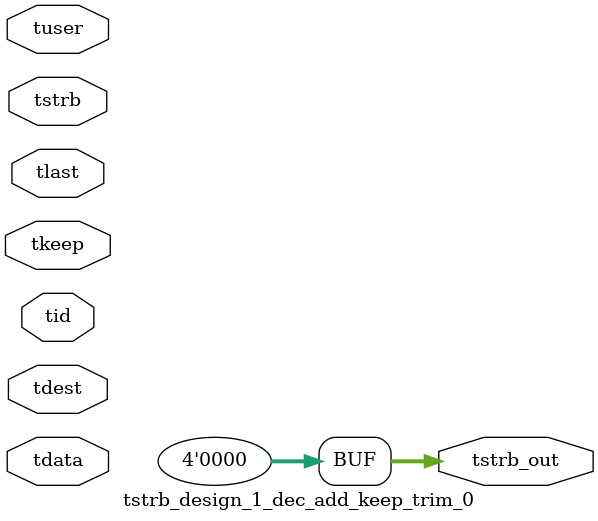
<source format=v>


`timescale 1ps/1ps

module tstrb_design_1_dec_add_keep_trim_0 #
(
parameter C_S_AXIS_TDATA_WIDTH = 32,
parameter C_S_AXIS_TUSER_WIDTH = 0,
parameter C_S_AXIS_TID_WIDTH   = 0,
parameter C_S_AXIS_TDEST_WIDTH = 0,
parameter C_M_AXIS_TDATA_WIDTH = 32
)
(
input  [(C_S_AXIS_TDATA_WIDTH == 0 ? 1 : C_S_AXIS_TDATA_WIDTH)-1:0     ] tdata,
input  [(C_S_AXIS_TUSER_WIDTH == 0 ? 1 : C_S_AXIS_TUSER_WIDTH)-1:0     ] tuser,
input  [(C_S_AXIS_TID_WIDTH   == 0 ? 1 : C_S_AXIS_TID_WIDTH)-1:0       ] tid,
input  [(C_S_AXIS_TDEST_WIDTH == 0 ? 1 : C_S_AXIS_TDEST_WIDTH)-1:0     ] tdest,
input  [(C_S_AXIS_TDATA_WIDTH/8)-1:0 ] tkeep,
input  [(C_S_AXIS_TDATA_WIDTH/8)-1:0 ] tstrb,
input                                                                    tlast,
output [(C_M_AXIS_TDATA_WIDTH/8)-1:0 ] tstrb_out
);

assign tstrb_out = {1'b0};

endmodule


</source>
